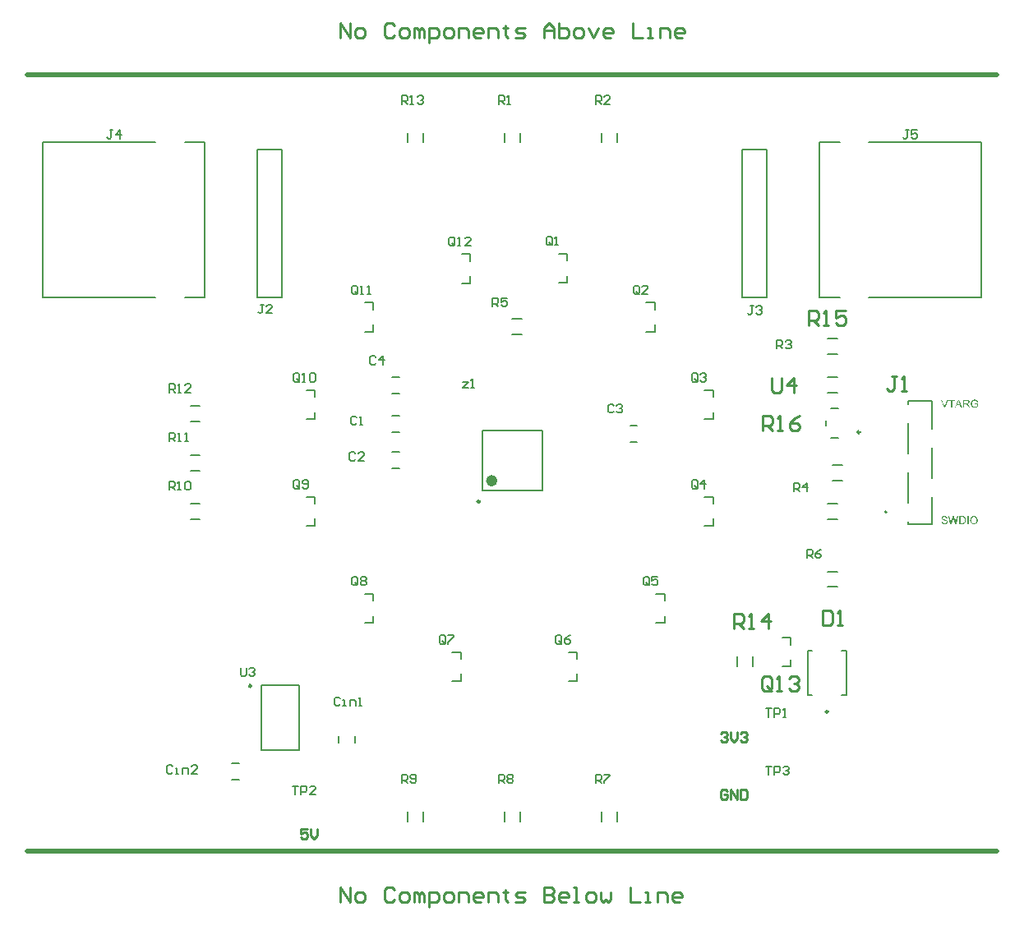
<source format=gto>
G04*
G04 #@! TF.GenerationSoftware,Altium Limited,Altium Designer,23.9.2 (47)*
G04*
G04 Layer_Color=65535*
%FSLAX44Y44*%
%MOMM*%
G71*
G04*
G04 #@! TF.SameCoordinates,63E22B9A-3F1A-4F83-A6EB-2A786139D624*
G04*
G04*
G04 #@! TF.FilePolarity,Positive*
G04*
G01*
G75*
%ADD10C,0.6000*%
%ADD11C,0.2500*%
%ADD12C,0.2000*%
%ADD13C,0.1270*%
%ADD14C,0.5000*%
%ADD15C,0.2540*%
%ADD16C,0.1524*%
%ADD17C,0.1520*%
G36*
X945574Y445060D02*
X945656D01*
X945879Y445037D01*
X946126Y445002D01*
X946384Y444943D01*
X946665Y444873D01*
X946924Y444779D01*
X946935D01*
X946959Y444767D01*
X946994Y444743D01*
X947041Y444720D01*
X947158Y444661D01*
X947311Y444556D01*
X947487Y444438D01*
X947663Y444286D01*
X947827Y444110D01*
X947980Y443910D01*
Y443899D01*
X947991Y443887D01*
X948015Y443852D01*
X948038Y443816D01*
X948097Y443699D01*
X948167Y443547D01*
X948250Y443359D01*
X948308Y443136D01*
X948367Y442901D01*
X948390Y442643D01*
X947358Y442561D01*
Y442573D01*
Y442596D01*
X947346Y442631D01*
X947334Y442690D01*
X947299Y442819D01*
X947252Y442995D01*
X947182Y443183D01*
X947076Y443371D01*
X946947Y443547D01*
X946783Y443711D01*
X946759Y443723D01*
X946701Y443769D01*
X946583Y443840D01*
X946431Y443910D01*
X946231Y443981D01*
X945996Y444051D01*
X945703Y444098D01*
X945375Y444110D01*
X945210D01*
X945140Y444098D01*
X945046Y444086D01*
X944835Y444063D01*
X944600Y444016D01*
X944365Y443957D01*
X944142Y443863D01*
X944048Y443805D01*
X943955Y443746D01*
X943931Y443734D01*
X943884Y443687D01*
X943814Y443605D01*
X943743Y443511D01*
X943661Y443382D01*
X943591Y443242D01*
X943544Y443077D01*
X943520Y442889D01*
Y442866D01*
Y442819D01*
X943532Y442737D01*
X943556Y442643D01*
X943591Y442526D01*
X943650Y442408D01*
X943720Y442291D01*
X943826Y442174D01*
X943837Y442162D01*
X943896Y442127D01*
X943943Y442091D01*
X943990Y442068D01*
X944060Y442033D01*
X944142Y441986D01*
X944248Y441951D01*
X944365Y441904D01*
X944494Y441857D01*
X944647Y441798D01*
X944811Y441751D01*
X944999Y441693D01*
X945210Y441646D01*
X945445Y441587D01*
X945457D01*
X945504Y441575D01*
X945574Y441563D01*
X945656Y441540D01*
X945762Y441516D01*
X945891Y441481D01*
X946020Y441446D01*
X946161Y441411D01*
X946466Y441329D01*
X946759Y441247D01*
X946900Y441200D01*
X947029Y441153D01*
X947147Y441118D01*
X947240Y441071D01*
X947252D01*
X947276Y441059D01*
X947311Y441035D01*
X947358Y441012D01*
X947487Y440942D01*
X947639Y440848D01*
X947815Y440718D01*
X947991Y440578D01*
X948156Y440413D01*
X948297Y440237D01*
X948308Y440214D01*
X948355Y440155D01*
X948402Y440050D01*
X948473Y439909D01*
X948531Y439744D01*
X948590Y439545D01*
X948625Y439322D01*
X948637Y439087D01*
Y439076D01*
Y439064D01*
Y439029D01*
Y438982D01*
X948613Y438853D01*
X948590Y438688D01*
X948543Y438501D01*
X948484Y438301D01*
X948390Y438090D01*
X948261Y437867D01*
Y437855D01*
X948250Y437844D01*
X948191Y437773D01*
X948109Y437668D01*
X947991Y437550D01*
X947839Y437409D01*
X947651Y437257D01*
X947440Y437116D01*
X947193Y436987D01*
X947182D01*
X947158Y436975D01*
X947123Y436963D01*
X947076Y436940D01*
X947006Y436916D01*
X946924Y436881D01*
X946736Y436834D01*
X946513Y436776D01*
X946243Y436717D01*
X945949Y436682D01*
X945633Y436670D01*
X945445D01*
X945351Y436682D01*
X945246D01*
X945128Y436693D01*
X944987Y436705D01*
X944694Y436752D01*
X944389Y436799D01*
X944084Y436881D01*
X943790Y436987D01*
X943779D01*
X943755Y436999D01*
X943720Y437022D01*
X943673Y437046D01*
X943532Y437116D01*
X943368Y437221D01*
X943180Y437362D01*
X942981Y437527D01*
X942793Y437726D01*
X942617Y437949D01*
Y437961D01*
X942593Y437984D01*
X942582Y438019D01*
X942546Y438066D01*
X942523Y438125D01*
X942488Y438195D01*
X942406Y438372D01*
X942324Y438595D01*
X942253Y438841D01*
X942206Y439123D01*
X942183Y439416D01*
X943192Y439510D01*
Y439498D01*
Y439486D01*
X943204Y439451D01*
Y439404D01*
X943227Y439299D01*
X943262Y439146D01*
X943309Y438993D01*
X943356Y438817D01*
X943438Y438653D01*
X943520Y438501D01*
X943532Y438489D01*
X943567Y438442D01*
X943626Y438360D01*
X943720Y438278D01*
X943837Y438172D01*
X943966Y438066D01*
X944142Y437961D01*
X944330Y437867D01*
X944342D01*
X944354Y437855D01*
X944389Y437844D01*
X944424Y437832D01*
X944541Y437797D01*
X944694Y437750D01*
X944882Y437703D01*
X945093Y437668D01*
X945328Y437644D01*
X945586Y437632D01*
X945691D01*
X945809Y437644D01*
X945949Y437656D01*
X946114Y437679D01*
X946302Y437703D01*
X946489Y437750D01*
X946665Y437808D01*
X946689Y437820D01*
X946748Y437844D01*
X946830Y437890D01*
X946935Y437937D01*
X947041Y438019D01*
X947158Y438102D01*
X947276Y438195D01*
X947370Y438313D01*
X947381Y438325D01*
X947405Y438372D01*
X947440Y438430D01*
X947487Y438524D01*
X947534Y438618D01*
X947569Y438735D01*
X947592Y438864D01*
X947604Y439005D01*
Y439017D01*
Y439076D01*
X947592Y439146D01*
X947581Y439240D01*
X947545Y439334D01*
X947510Y439451D01*
X947452Y439568D01*
X947370Y439674D01*
X947358Y439686D01*
X947322Y439721D01*
X947276Y439768D01*
X947193Y439838D01*
X947100Y439909D01*
X946971Y439991D01*
X946818Y440073D01*
X946642Y440144D01*
X946630Y440155D01*
X946572Y440167D01*
X946478Y440202D01*
X946419Y440214D01*
X946337Y440237D01*
X946255Y440273D01*
X946149Y440296D01*
X946032Y440331D01*
X945891Y440367D01*
X945750Y440402D01*
X945586Y440449D01*
X945398Y440495D01*
X945199Y440542D01*
X945187D01*
X945152Y440554D01*
X945093Y440566D01*
X945023Y440589D01*
X944929Y440613D01*
X944823Y440636D01*
X944588Y440707D01*
X944330Y440789D01*
X944060Y440871D01*
X943826Y440953D01*
X943720Y441000D01*
X943626Y441047D01*
X943614D01*
X943603Y441059D01*
X943532Y441106D01*
X943427Y441164D01*
X943309Y441258D01*
X943168Y441364D01*
X943028Y441493D01*
X942887Y441646D01*
X942769Y441810D01*
X942758Y441833D01*
X942722Y441892D01*
X942675Y441986D01*
X942629Y442103D01*
X942582Y442256D01*
X942535Y442432D01*
X942499Y442620D01*
X942488Y442819D01*
Y442831D01*
Y442842D01*
Y442878D01*
Y442925D01*
X942511Y443042D01*
X942535Y443195D01*
X942570Y443371D01*
X942629Y443570D01*
X942711Y443769D01*
X942828Y443969D01*
Y443981D01*
X942840Y443993D01*
X942898Y444063D01*
X942981Y444157D01*
X943086Y444274D01*
X943227Y444403D01*
X943403Y444544D01*
X943614Y444673D01*
X943849Y444790D01*
X943861D01*
X943884Y444802D01*
X943919Y444814D01*
X943966Y444837D01*
X944025Y444861D01*
X944107Y444884D01*
X944283Y444931D01*
X944506Y444978D01*
X944764Y445025D01*
X945034Y445060D01*
X945339Y445072D01*
X945492D01*
X945574Y445060D01*
D02*
G37*
G36*
X957590Y436811D02*
X956534D01*
X954833Y442995D01*
Y443007D01*
X954821Y443030D01*
X954809Y443065D01*
X954798Y443124D01*
X954762Y443253D01*
X954727Y443406D01*
X954680Y443570D01*
X954633Y443723D01*
X954598Y443852D01*
X954586Y443910D01*
X954575Y443946D01*
Y443934D01*
X954563Y443922D01*
X954551Y443852D01*
X954528Y443746D01*
X954492Y443617D01*
X954457Y443476D01*
X954410Y443312D01*
X954375Y443148D01*
X954328Y442995D01*
X952615Y436811D01*
X951488D01*
X949364Y444931D01*
X950479D01*
X951688Y439604D01*
Y439592D01*
X951700Y439568D01*
X951711Y439521D01*
X951723Y439463D01*
X951735Y439381D01*
X951758Y439299D01*
X951782Y439193D01*
X951805Y439076D01*
X951864Y438829D01*
X951923Y438548D01*
X951981Y438242D01*
X952040Y437937D01*
Y437949D01*
X952052Y437996D01*
X952075Y438055D01*
X952087Y438149D01*
X952110Y438242D01*
X952145Y438360D01*
X952204Y438618D01*
X952275Y438876D01*
X952298Y439005D01*
X952333Y439123D01*
X952357Y439228D01*
X952380Y439322D01*
X952404Y439393D01*
X952415Y439439D01*
X953953Y444931D01*
X955255D01*
X956405Y440812D01*
Y440801D01*
X956429Y440742D01*
X956452Y440660D01*
X956476Y440554D01*
X956511Y440413D01*
X956558Y440261D01*
X956605Y440085D01*
X956652Y439885D01*
X956710Y439662D01*
X956757Y439439D01*
X956863Y438958D01*
X956969Y438454D01*
X957051Y437937D01*
Y437949D01*
X957062Y437973D01*
Y438019D01*
X957086Y438078D01*
X957098Y438149D01*
X957121Y438231D01*
X957133Y438336D01*
X957168Y438454D01*
X957227Y438712D01*
X957297Y439017D01*
X957367Y439346D01*
X957461Y439709D01*
X958729Y444931D01*
X959820D01*
X957590Y436811D01*
D02*
G37*
G36*
X970276D02*
X969196D01*
Y444931D01*
X970276D01*
Y436811D01*
D02*
G37*
G36*
X964162Y444920D02*
X964397Y444908D01*
X964631Y444884D01*
X964866Y444849D01*
X965066Y444814D01*
X965077D01*
X965101Y444802D01*
X965136D01*
X965183Y444779D01*
X965312Y444743D01*
X965476Y444685D01*
X965664Y444603D01*
X965863Y444497D01*
X966063Y444380D01*
X966251Y444227D01*
X966263Y444216D01*
X966274Y444204D01*
X966309Y444169D01*
X966356Y444133D01*
X966474Y444016D01*
X966615Y443852D01*
X966767Y443652D01*
X966931Y443418D01*
X967084Y443148D01*
X967213Y442842D01*
Y442831D01*
X967225Y442807D01*
X967248Y442760D01*
X967260Y442690D01*
X967295Y442608D01*
X967319Y442514D01*
X967342Y442408D01*
X967377Y442279D01*
X967412Y442150D01*
X967436Y441998D01*
X967495Y441669D01*
X967530Y441305D01*
X967542Y440906D01*
Y440895D01*
Y440871D01*
Y440812D01*
Y440754D01*
X967530Y440672D01*
Y440578D01*
X967518Y440355D01*
X967483Y440097D01*
X967448Y439827D01*
X967389Y439545D01*
X967319Y439263D01*
Y439252D01*
X967307Y439228D01*
X967295Y439193D01*
X967283Y439146D01*
X967236Y439017D01*
X967166Y438853D01*
X967096Y438665D01*
X967002Y438477D01*
X966884Y438278D01*
X966767Y438090D01*
X966755Y438066D01*
X966708Y438008D01*
X966638Y437926D01*
X966544Y437820D01*
X966439Y437703D01*
X966309Y437585D01*
X966180Y437456D01*
X966028Y437351D01*
X966004Y437339D01*
X965957Y437304D01*
X965875Y437257D01*
X965758Y437198D01*
X965617Y437128D01*
X965453Y437069D01*
X965265Y436999D01*
X965054Y436940D01*
X965030D01*
X964995Y436928D01*
X964960Y436916D01*
X964843Y436905D01*
X964678Y436881D01*
X964491Y436858D01*
X964268Y436834D01*
X964021Y436823D01*
X963751Y436811D01*
X960829D01*
Y444931D01*
X963951D01*
X964162Y444920D01*
D02*
G37*
G36*
X975920Y445060D02*
X976026D01*
X976131Y445049D01*
X976272Y445025D01*
X976413Y445002D01*
X976718Y444943D01*
X977070Y444849D01*
X977411Y444708D01*
X977587Y444626D01*
X977763Y444532D01*
X977774Y444521D01*
X977798Y444509D01*
X977845Y444474D01*
X977915Y444438D01*
X977986Y444380D01*
X978079Y444309D01*
X978279Y444145D01*
X978490Y443934D01*
X978725Y443676D01*
X978948Y443371D01*
X979136Y443030D01*
Y443018D01*
X979159Y442983D01*
X979183Y442936D01*
X979206Y442866D01*
X979253Y442772D01*
X979288Y442667D01*
X979335Y442537D01*
X979382Y442397D01*
X979417Y442244D01*
X979464Y442080D01*
X979511Y441892D01*
X979546Y441704D01*
X979593Y441293D01*
X979617Y440848D01*
Y440836D01*
Y440789D01*
Y440730D01*
X979605Y440636D01*
Y440531D01*
X979593Y440402D01*
X979570Y440261D01*
X979558Y440108D01*
X979499Y439768D01*
X979406Y439393D01*
X979276Y439017D01*
X979206Y438829D01*
X979112Y438641D01*
Y438630D01*
X979089Y438595D01*
X979065Y438548D01*
X979018Y438477D01*
X978971Y438395D01*
X978913Y438313D01*
X978748Y438090D01*
X978549Y437855D01*
X978314Y437609D01*
X978033Y437374D01*
X977704Y437163D01*
X977692D01*
X977669Y437139D01*
X977610Y437116D01*
X977540Y437081D01*
X977458Y437046D01*
X977364Y437010D01*
X977246Y436963D01*
X977117Y436916D01*
X976976Y436870D01*
X976824Y436823D01*
X976484Y436752D01*
X976120Y436693D01*
X975732Y436670D01*
X975615D01*
X975545Y436682D01*
X975439D01*
X975322Y436705D01*
X975193Y436717D01*
X975040Y436740D01*
X974723Y436811D01*
X974383Y436905D01*
X974031Y437046D01*
X973855Y437128D01*
X973679Y437221D01*
X973667Y437233D01*
X973644Y437245D01*
X973597Y437280D01*
X973526Y437327D01*
X973456Y437374D01*
X973374Y437444D01*
X973174Y437621D01*
X972951Y437832D01*
X972717Y438090D01*
X972505Y438383D01*
X972306Y438724D01*
Y438735D01*
X972282Y438770D01*
X972259Y438817D01*
X972235Y438888D01*
X972200Y438982D01*
X972165Y439087D01*
X972118Y439205D01*
X972083Y439334D01*
X972036Y439486D01*
X971989Y439639D01*
X971919Y439991D01*
X971872Y440355D01*
X971848Y440754D01*
Y440765D01*
Y440777D01*
Y440848D01*
X971860Y440953D01*
Y441094D01*
X971883Y441258D01*
X971907Y441458D01*
X971942Y441681D01*
X971989Y441915D01*
X972036Y442162D01*
X972106Y442420D01*
X972200Y442678D01*
X972306Y442948D01*
X972423Y443206D01*
X972576Y443464D01*
X972740Y443699D01*
X972928Y443922D01*
X972940Y443934D01*
X972975Y443969D01*
X973045Y444028D01*
X973127Y444098D01*
X973233Y444192D01*
X973362Y444286D01*
X973515Y444392D01*
X973691Y444497D01*
X973878Y444603D01*
X974090Y444708D01*
X974324Y444802D01*
X974571Y444896D01*
X974841Y444967D01*
X975122Y445025D01*
X975416Y445060D01*
X975732Y445072D01*
X975838D01*
X975920Y445060D01*
D02*
G37*
G36*
X976835Y565060D02*
X976929D01*
X977152Y565037D01*
X977399Y565002D01*
X977657Y564943D01*
X977939Y564873D01*
X978208Y564779D01*
X978220D01*
X978244Y564767D01*
X978279Y564755D01*
X978326Y564732D01*
X978455Y564661D01*
X978619Y564579D01*
X978795Y564462D01*
X978983Y564321D01*
X979159Y564169D01*
X979323Y563981D01*
X979347Y563957D01*
X979394Y563887D01*
X979464Y563781D01*
X979558Y563629D01*
X979652Y563441D01*
X979758Y563206D01*
X979863Y562948D01*
X979945Y562655D01*
X978971Y562397D01*
Y562408D01*
X978960Y562420D01*
X978948Y562455D01*
X978936Y562502D01*
X978901Y562608D01*
X978854Y562749D01*
X978783Y562913D01*
X978701Y563065D01*
X978619Y563230D01*
X978514Y563371D01*
X978502Y563382D01*
X978467Y563429D01*
X978396Y563488D01*
X978314Y563570D01*
X978208Y563664D01*
X978068Y563758D01*
X977915Y563852D01*
X977739Y563934D01*
X977716Y563946D01*
X977657Y563969D01*
X977551Y564004D01*
X977411Y564051D01*
X977246Y564086D01*
X977058Y564122D01*
X976847Y564145D01*
X976624Y564157D01*
X976495D01*
X976437Y564145D01*
X976366D01*
X976190Y564133D01*
X975991Y564098D01*
X975768Y564063D01*
X975556Y564004D01*
X975345Y563922D01*
X975322Y563910D01*
X975251Y563887D01*
X975157Y563828D01*
X975040Y563769D01*
X974899Y563676D01*
X974747Y563582D01*
X974606Y563464D01*
X974477Y563335D01*
X974465Y563324D01*
X974418Y563277D01*
X974360Y563195D01*
X974289Y563101D01*
X974207Y562983D01*
X974125Y562842D01*
X974043Y562690D01*
X973960Y562526D01*
Y562514D01*
X973949Y562490D01*
X973937Y562455D01*
X973914Y562397D01*
X973890Y562326D01*
X973867Y562244D01*
X973831Y562150D01*
X973808Y562044D01*
X973749Y561798D01*
X973702Y561516D01*
X973667Y561223D01*
X973655Y560895D01*
Y560883D01*
Y560848D01*
Y560789D01*
X973667Y560718D01*
Y560625D01*
X973679Y560507D01*
X973691Y560390D01*
X973702Y560261D01*
X973749Y559967D01*
X973808Y559662D01*
X973902Y559357D01*
X974019Y559064D01*
Y559052D01*
X974043Y559029D01*
X974054Y558993D01*
X974090Y558946D01*
X974172Y558817D01*
X974301Y558653D01*
X974453Y558477D01*
X974641Y558301D01*
X974864Y558137D01*
X975110Y557984D01*
X975122D01*
X975146Y557972D01*
X975181Y557949D01*
X975240Y557926D01*
X975298Y557902D01*
X975380Y557879D01*
X975568Y557808D01*
X975803Y557750D01*
X976061Y557691D01*
X976343Y557644D01*
X976636Y557632D01*
X976753D01*
X976824Y557644D01*
X976894D01*
X977070Y557667D01*
X977281Y557691D01*
X977504Y557738D01*
X977751Y557808D01*
X977997Y557890D01*
X978009D01*
X978033Y557902D01*
X978056Y557914D01*
X978103Y557937D01*
X978232Y557996D01*
X978373Y558066D01*
X978537Y558149D01*
X978713Y558242D01*
X978877Y558348D01*
X979018Y558465D01*
Y559991D01*
X976624D01*
Y560953D01*
X980074D01*
Y557937D01*
X980063Y557926D01*
X980039Y557914D01*
X979992Y557879D01*
X979933Y557832D01*
X979863Y557785D01*
X979781Y557726D01*
X979675Y557656D01*
X979570Y557585D01*
X979323Y557433D01*
X979042Y557268D01*
X978748Y557116D01*
X978431Y556987D01*
X978420D01*
X978396Y556975D01*
X978349Y556963D01*
X978291Y556940D01*
X978208Y556916D01*
X978115Y556881D01*
X978009Y556858D01*
X977903Y556834D01*
X977645Y556776D01*
X977352Y556717D01*
X977035Y556682D01*
X976706Y556670D01*
X976589D01*
X976507Y556682D01*
X976401D01*
X976272Y556693D01*
X976131Y556717D01*
X975979Y556729D01*
X975639Y556799D01*
X975275Y556881D01*
X974899Y557010D01*
X974712Y557081D01*
X974524Y557175D01*
X974512Y557186D01*
X974477Y557198D01*
X974430Y557233D01*
X974360Y557268D01*
X974277Y557327D01*
X974195Y557386D01*
X973972Y557550D01*
X973737Y557761D01*
X973491Y558019D01*
X973256Y558313D01*
X973045Y558653D01*
Y558665D01*
X973022Y558700D01*
X972998Y558747D01*
X972963Y558829D01*
X972928Y558911D01*
X972893Y559029D01*
X972846Y559146D01*
X972799Y559287D01*
X972752Y559439D01*
X972705Y559615D01*
X972670Y559791D01*
X972635Y559979D01*
X972576Y560390D01*
X972552Y560824D01*
Y560836D01*
Y560883D01*
Y560941D01*
X972564Y561024D01*
Y561129D01*
X972576Y561258D01*
X972599Y561387D01*
X972611Y561540D01*
X972646Y561704D01*
X972670Y561880D01*
X972764Y562256D01*
X972881Y562643D01*
X973045Y563030D01*
X973057Y563042D01*
X973069Y563077D01*
X973092Y563124D01*
X973139Y563195D01*
X973186Y563288D01*
X973245Y563382D01*
X973409Y563605D01*
X973608Y563863D01*
X973855Y564110D01*
X974137Y564356D01*
X974301Y564462D01*
X974465Y564567D01*
X974477Y564579D01*
X974512Y564591D01*
X974559Y564614D01*
X974629Y564650D01*
X974723Y564685D01*
X974829Y564732D01*
X974946Y564779D01*
X975087Y564826D01*
X975240Y564873D01*
X975404Y564908D01*
X975580Y564955D01*
X975768Y564990D01*
X976178Y565049D01*
X976390Y565072D01*
X976765D01*
X976835Y565060D01*
D02*
G37*
G36*
X945996Y556811D02*
X944870D01*
X941725Y564931D01*
X942898D01*
X945011Y559029D01*
Y559017D01*
X945023Y558993D01*
X945034Y558958D01*
X945058Y558911D01*
X945069Y558841D01*
X945093Y558770D01*
X945152Y558595D01*
X945222Y558395D01*
X945292Y558172D01*
X945433Y557703D01*
Y557714D01*
X945445Y557738D01*
X945457Y557773D01*
X945468Y557820D01*
X945504Y557949D01*
X945562Y558125D01*
X945621Y558325D01*
X945691Y558548D01*
X945773Y558782D01*
X945867Y559029D01*
X948074Y564931D01*
X949165D01*
X945996Y556811D01*
D02*
G37*
G36*
X968516Y564920D02*
X968621D01*
X968868Y564908D01*
X969126Y564873D01*
X969407Y564837D01*
X969666Y564779D01*
X969795Y564743D01*
X969900Y564708D01*
X969912D01*
X969924Y564697D01*
X969994Y564661D01*
X970100Y564614D01*
X970229Y564532D01*
X970370Y564427D01*
X970522Y564286D01*
X970663Y564122D01*
X970804Y563934D01*
Y563922D01*
X970816Y563910D01*
X970863Y563840D01*
X970910Y563723D01*
X970980Y563570D01*
X971039Y563394D01*
X971097Y563183D01*
X971132Y562960D01*
X971144Y562713D01*
Y562702D01*
Y562678D01*
Y562631D01*
X971132Y562573D01*
Y562490D01*
X971121Y562408D01*
X971074Y562209D01*
X971003Y561974D01*
X970910Y561728D01*
X970769Y561481D01*
X970675Y561364D01*
X970581Y561247D01*
X970569Y561235D01*
X970557Y561223D01*
X970522Y561188D01*
X970475Y561153D01*
X970417Y561106D01*
X970346Y561059D01*
X970252Y561000D01*
X970158Y560930D01*
X970041Y560871D01*
X969912Y560812D01*
X969771Y560742D01*
X969619Y560683D01*
X969443Y560636D01*
X969267Y560578D01*
X969067Y560542D01*
X968856Y560507D01*
X968879Y560495D01*
X968926Y560472D01*
X968997Y560425D01*
X969091Y560378D01*
X969302Y560249D01*
X969407Y560167D01*
X969501Y560097D01*
X969525Y560073D01*
X969583Y560014D01*
X969677Y559921D01*
X969795Y559803D01*
X969924Y559639D01*
X970076Y559463D01*
X970229Y559252D01*
X970393Y559017D01*
X971790Y556811D01*
X970452D01*
X969384Y558501D01*
Y558512D01*
X969361Y558536D01*
X969337Y558571D01*
X969302Y558618D01*
X969220Y558747D01*
X969114Y558911D01*
X968985Y559087D01*
X968856Y559275D01*
X968727Y559451D01*
X968609Y559615D01*
X968598Y559627D01*
X968562Y559674D01*
X968504Y559744D01*
X968422Y559827D01*
X968246Y560003D01*
X968152Y560085D01*
X968058Y560155D01*
X968046Y560167D01*
X968023Y560179D01*
X967976Y560202D01*
X967905Y560237D01*
X967835Y560273D01*
X967753Y560308D01*
X967565Y560366D01*
X967553D01*
X967530Y560378D01*
X967483D01*
X967424Y560390D01*
X967342Y560402D01*
X967248D01*
X967119Y560413D01*
X965734D01*
Y556811D01*
X964655D01*
Y564931D01*
X968422D01*
X968516Y564920D01*
D02*
G37*
G36*
X963775Y556811D02*
X962554D01*
X961604Y559275D01*
X958201D01*
X957321Y556811D01*
X956182D01*
X959280Y564931D01*
X960454D01*
X963775Y556811D01*
D02*
G37*
G36*
X955959Y563969D02*
X953284D01*
Y556811D01*
X952204D01*
Y563969D01*
X949529D01*
Y564931D01*
X955959D01*
Y563969D01*
D02*
G37*
%LPC*%
G36*
X963786Y443969D02*
X961909D01*
Y437773D01*
X963833D01*
X963915Y437785D01*
X964091Y437797D01*
X964291Y437808D01*
X964502Y437832D01*
X964714Y437867D01*
X964890Y437914D01*
X964913Y437926D01*
X964972Y437937D01*
X965054Y437973D01*
X965159Y438019D01*
X965277Y438090D01*
X965394Y438160D01*
X965511Y438242D01*
X965629Y438336D01*
X965640Y438360D01*
X965687Y438407D01*
X965758Y438489D01*
X965840Y438606D01*
X965934Y438759D01*
X966040Y438935D01*
X966133Y439134D01*
X966216Y439357D01*
Y439369D01*
X966227Y439393D01*
X966239Y439428D01*
X966251Y439475D01*
X966263Y439533D01*
X966286Y439615D01*
X966309Y439698D01*
X966333Y439791D01*
X966368Y440026D01*
X966403Y440296D01*
X966427Y440601D01*
X966439Y440930D01*
Y440942D01*
Y440988D01*
Y441047D01*
X966427Y441141D01*
Y441247D01*
X966415Y441364D01*
X966403Y441505D01*
X966392Y441646D01*
X966333Y441962D01*
X966263Y442291D01*
X966157Y442596D01*
X966087Y442749D01*
X966016Y442878D01*
Y442889D01*
X965993Y442913D01*
X965969Y442948D01*
X965946Y442995D01*
X965852Y443112D01*
X965734Y443253D01*
X965582Y443406D01*
X965406Y443558D01*
X965206Y443687D01*
X964995Y443793D01*
X964972Y443805D01*
X964913Y443816D01*
X964807Y443852D01*
X964655Y443887D01*
X964467Y443910D01*
X964232Y443946D01*
X964091Y443957D01*
X963939D01*
X963786Y443969D01*
D02*
G37*
G36*
X975732Y444145D02*
X975627D01*
X975545Y444133D01*
X975439Y444122D01*
X975333Y444098D01*
X975204Y444075D01*
X975064Y444051D01*
X974759Y443957D01*
X974594Y443887D01*
X974430Y443816D01*
X974254Y443723D01*
X974090Y443617D01*
X973925Y443500D01*
X973773Y443359D01*
X973761Y443347D01*
X973737Y443324D01*
X973702Y443277D01*
X973644Y443206D01*
X973585Y443124D01*
X973515Y443018D01*
X973444Y442889D01*
X973362Y442737D01*
X973292Y442573D01*
X973210Y442373D01*
X973139Y442162D01*
X973080Y441927D01*
X973022Y441669D01*
X972987Y441376D01*
X972963Y441071D01*
X972951Y440742D01*
Y440730D01*
Y440683D01*
Y440601D01*
X972963Y440495D01*
X972975Y440378D01*
X972998Y440237D01*
X973022Y440073D01*
X973045Y439909D01*
X973139Y439533D01*
X973210Y439346D01*
X973280Y439146D01*
X973374Y438958D01*
X973479Y438770D01*
X973597Y438595D01*
X973737Y438430D01*
X973749Y438419D01*
X973773Y438395D01*
X973820Y438348D01*
X973878Y438301D01*
X973960Y438231D01*
X974054Y438160D01*
X974160Y438090D01*
X974277Y438008D01*
X974418Y437926D01*
X974571Y437855D01*
X974735Y437785D01*
X974911Y437714D01*
X975099Y437668D01*
X975286Y437621D01*
X975498Y437597D01*
X975721Y437585D01*
X975779D01*
X975838Y437597D01*
X975920D01*
X976026Y437609D01*
X976143Y437632D01*
X976284Y437656D01*
X976425Y437691D01*
X976589Y437738D01*
X976742Y437797D01*
X976918Y437855D01*
X977082Y437937D01*
X977246Y438043D01*
X977411Y438149D01*
X977575Y438278D01*
X977727Y438430D01*
X977739Y438442D01*
X977763Y438465D01*
X977798Y438524D01*
X977857Y438595D01*
X977915Y438677D01*
X977974Y438782D01*
X978044Y438911D01*
X978126Y439052D01*
X978197Y439216D01*
X978267Y439404D01*
X978326Y439604D01*
X978396Y439815D01*
X978443Y440050D01*
X978478Y440308D01*
X978502Y440578D01*
X978514Y440859D01*
Y440871D01*
Y440906D01*
Y440953D01*
Y441024D01*
X978502Y441106D01*
Y441211D01*
X978490Y441317D01*
X978467Y441446D01*
X978431Y441716D01*
X978373Y441998D01*
X978291Y442303D01*
X978173Y442584D01*
Y442596D01*
X978162Y442620D01*
X978138Y442655D01*
X978115Y442702D01*
X978033Y442842D01*
X977927Y443007D01*
X977786Y443195D01*
X977610Y443382D01*
X977411Y443570D01*
X977188Y443734D01*
X977176D01*
X977164Y443758D01*
X977129Y443769D01*
X977070Y443805D01*
X977012Y443828D01*
X976941Y443863D01*
X976765Y443946D01*
X976554Y444016D01*
X976308Y444086D01*
X976026Y444133D01*
X975732Y444145D01*
D02*
G37*
G36*
X968293Y564028D02*
X965734D01*
Y561340D01*
X968152D01*
X968293Y561352D01*
X968457Y561364D01*
X968645Y561376D01*
X968832Y561399D01*
X969020Y561434D01*
X969184Y561481D01*
X969208Y561493D01*
X969255Y561516D01*
X969325Y561552D01*
X969419Y561599D01*
X969525Y561669D01*
X969630Y561751D01*
X969736Y561857D01*
X969818Y561974D01*
X969830Y561986D01*
X969853Y562033D01*
X969889Y562103D01*
X969936Y562197D01*
X969971Y562303D01*
X970006Y562420D01*
X970029Y562561D01*
X970041Y562702D01*
Y562713D01*
Y562725D01*
X970029Y562795D01*
X970018Y562901D01*
X969994Y563042D01*
X969936Y563183D01*
X969865Y563347D01*
X969760Y563500D01*
X969619Y563652D01*
X969595Y563664D01*
X969537Y563711D01*
X969443Y563769D01*
X969290Y563840D01*
X969114Y563910D01*
X968879Y563969D01*
X968609Y564016D01*
X968293Y564028D01*
D02*
G37*
G36*
X959844Y564086D02*
Y564075D01*
X959832Y564051D01*
Y564004D01*
X959808Y563957D01*
X959797Y563875D01*
X959773Y563793D01*
X959726Y563593D01*
X959668Y563359D01*
X959585Y563101D01*
X959503Y562819D01*
X959398Y562526D01*
X958518Y560155D01*
X961264D01*
X960419Y562385D01*
Y562397D01*
X960407Y562432D01*
X960383Y562490D01*
X960360Y562561D01*
X960325Y562643D01*
X960290Y562749D01*
X960254Y562866D01*
X960207Y562983D01*
X960113Y563253D01*
X960020Y563535D01*
X959926Y563816D01*
X959844Y564086D01*
D02*
G37*
%LPD*%
D10*
X482000Y481500D02*
G03*
X482000Y481500I-3000J0D01*
G01*
D11*
X466750Y460000D02*
G03*
X466750Y460000I-1250J0D01*
G01*
X825519Y243374D02*
G03*
X825519Y243374I-1250J0D01*
G01*
X858261Y531500D02*
G03*
X858261Y531500I-1250J0D01*
G01*
X231250Y270000D02*
G03*
X231250Y270000I-1250J0D01*
G01*
D12*
X886000Y449200D02*
G03*
X886000Y449200I-1000J0D01*
G01*
X531000Y471500D02*
Y533500D01*
X469000Y471500D02*
Y533500D01*
X531000D01*
X469000Y471500D02*
X531000D01*
X638250Y665000D02*
X647000D01*
Y635000D02*
Y642250D01*
Y657750D02*
Y665000D01*
X638250Y635000D02*
X647000D01*
X804819Y260524D02*
X809269D01*
X839769D02*
X844219D01*
Y306224D01*
X804819D02*
X809269D01*
X839769D02*
X844219D01*
X804819Y260524D02*
Y306224D01*
X778250Y319874D02*
X787000D01*
Y289874D02*
Y297124D01*
Y312624D02*
Y319874D01*
X778250Y289874D02*
X787000D01*
X211500Y173500D02*
X218500D01*
X211500Y190500D02*
X218500D01*
X376500Y531500D02*
X383500D01*
X376500Y548500D02*
X383500D01*
X376500Y511000D02*
X383500D01*
X376500Y494000D02*
X383500D01*
X825269Y588000D02*
X834731D01*
X825269Y572000D02*
X834731D01*
X828511Y525750D02*
X836011D01*
X823511Y538250D02*
Y543750D01*
X828511Y556250D02*
X836011D01*
X830001Y497789D02*
X840001D01*
X830001Y481789D02*
X840001D01*
X825269Y458000D02*
X834731D01*
X825269Y442000D02*
X834731D01*
X288250Y545000D02*
X297000D01*
Y567750D02*
Y575000D01*
Y545000D02*
Y552250D01*
X288250Y575000D02*
X297000D01*
X492000Y130530D02*
Y139991D01*
X508000Y130530D02*
Y139991D01*
X392000Y130530D02*
Y139991D01*
X408000Y130530D02*
Y139991D01*
X592000Y130530D02*
Y139991D01*
X608000Y130530D02*
Y139991D01*
X825011Y628000D02*
X835011D01*
X825011Y612000D02*
X835011D01*
X376500Y571500D02*
X383500D01*
X376500Y588500D02*
X383500D01*
X621500Y538500D02*
X628500D01*
X621500Y521500D02*
X628500D01*
X241750Y203500D02*
X280750D01*
X241750Y270500D02*
X280750D01*
Y203500D02*
Y270500D01*
X241750Y203500D02*
Y270500D01*
X321500Y211500D02*
Y218500D01*
X338500Y211500D02*
Y218500D01*
X500250Y632000D02*
X510250D01*
X500250Y648000D02*
X510250D01*
X288250Y435000D02*
X297000D01*
Y457750D02*
Y465000D01*
Y435000D02*
Y442250D01*
X288250Y465000D02*
X297000D01*
X168475Y442000D02*
X177937D01*
X168475Y458000D02*
X177937D01*
X168627Y492000D02*
X178088D01*
X168627Y508000D02*
X178088D01*
X348250Y635000D02*
X357000D01*
Y657750D02*
Y665000D01*
Y635000D02*
Y642250D01*
X348250Y665000D02*
X357000D01*
X168627Y542500D02*
X178088D01*
X168627Y558500D02*
X178088D01*
X448250Y685000D02*
X457000D01*
Y707750D02*
Y715000D01*
Y685000D02*
Y692250D01*
X448250Y715000D02*
X457000D01*
X408000Y830009D02*
Y839470D01*
X392000Y830009D02*
Y839470D01*
X648250Y335000D02*
X657000D01*
Y357750D02*
Y365000D01*
Y335000D02*
Y342250D01*
X648250Y365000D02*
X657000D01*
X825269Y372000D02*
X834731D01*
X825269Y388000D02*
X834731D01*
X558250Y275000D02*
X567000D01*
Y297750D02*
Y305000D01*
Y275000D02*
Y282250D01*
X558250Y305000D02*
X567000D01*
X438250Y275000D02*
X447000D01*
Y297750D02*
Y305000D01*
Y275000D02*
Y282250D01*
X438250Y305000D02*
X447000D01*
X348250Y335000D02*
X357000D01*
Y357750D02*
Y365000D01*
Y335000D02*
Y342250D01*
X348250Y365000D02*
X357000D01*
X548250Y685500D02*
X557000D01*
Y708250D02*
Y715500D01*
Y685500D02*
Y692750D01*
X548250Y715500D02*
X557000D01*
X508000Y830009D02*
Y839470D01*
X492000Y830009D02*
Y839470D01*
X608000Y830009D02*
Y839470D01*
X592000Y830009D02*
Y839470D01*
X698250Y545000D02*
X707000D01*
Y567750D02*
Y575000D01*
Y545000D02*
Y552250D01*
X698250Y575000D02*
X707000D01*
X698250Y435000D02*
X707000D01*
Y457750D02*
Y465000D01*
Y435000D02*
Y442250D01*
X698250Y465000D02*
X707000D01*
X732000Y290000D02*
Y300000D01*
X748000Y290000D02*
Y300000D01*
X816750Y670000D02*
X837250D01*
X867250D02*
X983250D01*
X867250Y830000D02*
X983250D01*
X816750D02*
X837250D01*
X983250Y670000D02*
Y830000D01*
X816750Y670000D02*
Y830000D01*
X162750D02*
X183250D01*
X16750D02*
X132750D01*
X16750Y670000D02*
X132750D01*
X162750D02*
X183250D01*
X16750D02*
Y830000D01*
X183250Y670000D02*
Y830000D01*
X237300Y670300D02*
Y822700D01*
X262700Y670300D02*
Y822700D01*
X237300D02*
X262700D01*
X237300Y670300D02*
X262700D01*
X737300D02*
X762700D01*
X737300Y822700D02*
X762700D01*
Y670300D02*
Y822700D01*
X737300Y670300D02*
Y822700D01*
D13*
X908100Y563500D02*
X932200D01*
X908100Y560350D02*
Y563500D01*
X932200Y534950D02*
Y563500D01*
X908100Y458750D02*
Y490450D01*
Y509550D02*
Y541250D01*
X932200Y484150D02*
Y515850D01*
X908100Y436500D02*
X932200D01*
X908100D02*
Y439650D01*
X932200Y436500D02*
Y465050D01*
D14*
X0Y900000D02*
X999610D01*
X0Y100000D02*
X999610D01*
D15*
X289205Y122537D02*
X282540D01*
Y117538D01*
X285872Y119205D01*
X287538D01*
X289205Y117538D01*
Y114206D01*
X287538Y112540D01*
X284206D01*
X282540Y114206D01*
X292537Y122537D02*
Y115872D01*
X295869Y112540D01*
X299201Y115872D01*
Y122537D01*
X715080Y220871D02*
X716746Y222537D01*
X720078D01*
X721745Y220871D01*
Y219205D01*
X720078Y217538D01*
X718412D01*
X720078D01*
X721745Y215872D01*
Y214206D01*
X720078Y212540D01*
X716746D01*
X715080Y214206D01*
X725077Y222537D02*
Y215872D01*
X728409Y212540D01*
X731741Y215872D01*
Y222537D01*
X735074Y220871D02*
X736740Y222537D01*
X740072D01*
X741738Y220871D01*
Y219205D01*
X740072Y217538D01*
X738406D01*
X740072D01*
X741738Y215872D01*
Y214206D01*
X740072Y212540D01*
X736740D01*
X735074Y214206D01*
X721745Y161392D02*
X720078Y163058D01*
X716746D01*
X715080Y161392D01*
Y154728D01*
X716746Y153062D01*
X720078D01*
X721745Y154728D01*
Y158060D01*
X718412D01*
X725077Y153062D02*
Y163058D01*
X731741Y153062D01*
Y163058D01*
X735074D02*
Y153062D01*
X740072D01*
X741738Y154728D01*
Y161392D01*
X740072Y163058D01*
X735074D01*
X322540Y937618D02*
Y952853D01*
X332697Y937618D01*
Y952853D01*
X340314Y937618D02*
X345393D01*
X347932Y940157D01*
Y945236D01*
X345393Y947775D01*
X340314D01*
X337775Y945236D01*
Y940157D01*
X340314Y937618D01*
X378402Y950314D02*
X375863Y952853D01*
X370784D01*
X368245Y950314D01*
Y940157D01*
X370784Y937618D01*
X375863D01*
X378402Y940157D01*
X386020Y937618D02*
X391098D01*
X393637Y940157D01*
Y945236D01*
X391098Y947775D01*
X386020D01*
X383480Y945236D01*
Y940157D01*
X386020Y937618D01*
X398715D02*
Y947775D01*
X401255D01*
X403794Y945236D01*
Y937618D01*
Y945236D01*
X406333Y947775D01*
X408872Y945236D01*
Y937618D01*
X413950Y932540D02*
Y947775D01*
X421568D01*
X424107Y945236D01*
Y940157D01*
X421568Y937618D01*
X413950D01*
X431725D02*
X436803D01*
X439342Y940157D01*
Y945236D01*
X436803Y947775D01*
X431725D01*
X429185Y945236D01*
Y940157D01*
X431725Y937618D01*
X444421D02*
Y947775D01*
X452038D01*
X454577Y945236D01*
Y937618D01*
X467273D02*
X462195D01*
X459656Y940157D01*
Y945236D01*
X462195Y947775D01*
X467273D01*
X469812Y945236D01*
Y942697D01*
X459656D01*
X474891Y937618D02*
Y947775D01*
X482508D01*
X485047Y945236D01*
Y937618D01*
X492665Y950314D02*
Y947775D01*
X490126D01*
X495204D01*
X492665D01*
Y940157D01*
X495204Y937618D01*
X502822D02*
X510439D01*
X512978Y940157D01*
X510439Y942697D01*
X505361D01*
X502822Y945236D01*
X505361Y947775D01*
X512978D01*
X533292Y937618D02*
Y947775D01*
X538370Y952853D01*
X543448Y947775D01*
Y937618D01*
Y945236D01*
X533292D01*
X548527Y952853D02*
Y937618D01*
X556144D01*
X558684Y940157D01*
Y942697D01*
Y945236D01*
X556144Y947775D01*
X548527D01*
X566301Y937618D02*
X571380D01*
X573919Y940157D01*
Y945236D01*
X571380Y947775D01*
X566301D01*
X563762Y945236D01*
Y940157D01*
X566301Y937618D01*
X578997Y947775D02*
X584075Y937618D01*
X589154Y947775D01*
X601850Y937618D02*
X596771D01*
X594232Y940157D01*
Y945236D01*
X596771Y947775D01*
X601850D01*
X604389Y945236D01*
Y942697D01*
X594232D01*
X624702Y952853D02*
Y937618D01*
X634859D01*
X639937D02*
X645016D01*
X642477D01*
Y947775D01*
X639937D01*
X652633Y937618D02*
Y947775D01*
X660251D01*
X662790Y945236D01*
Y937618D01*
X675486D02*
X670407D01*
X667868Y940157D01*
Y945236D01*
X670407Y947775D01*
X675486D01*
X678025Y945236D01*
Y942697D01*
X667868D01*
X322540Y47618D02*
Y62853D01*
X332697Y47618D01*
Y62853D01*
X340314Y47618D02*
X345393D01*
X347932Y50157D01*
Y55236D01*
X345393Y57775D01*
X340314D01*
X337775Y55236D01*
Y50157D01*
X340314Y47618D01*
X378402Y60314D02*
X375863Y62853D01*
X370784D01*
X368245Y60314D01*
Y50157D01*
X370784Y47618D01*
X375863D01*
X378402Y50157D01*
X386020Y47618D02*
X391098D01*
X393637Y50157D01*
Y55236D01*
X391098Y57775D01*
X386020D01*
X383480Y55236D01*
Y50157D01*
X386020Y47618D01*
X398715D02*
Y57775D01*
X401255D01*
X403794Y55236D01*
Y47618D01*
Y55236D01*
X406333Y57775D01*
X408872Y55236D01*
Y47618D01*
X413950Y42540D02*
Y57775D01*
X421568D01*
X424107Y55236D01*
Y50157D01*
X421568Y47618D01*
X413950D01*
X431725D02*
X436803D01*
X439342Y50157D01*
Y55236D01*
X436803Y57775D01*
X431725D01*
X429185Y55236D01*
Y50157D01*
X431725Y47618D01*
X444421D02*
Y57775D01*
X452038D01*
X454577Y55236D01*
Y47618D01*
X467273D02*
X462195D01*
X459656Y50157D01*
Y55236D01*
X462195Y57775D01*
X467273D01*
X469812Y55236D01*
Y52697D01*
X459656D01*
X474891Y47618D02*
Y57775D01*
X482508D01*
X485047Y55236D01*
Y47618D01*
X492665Y60314D02*
Y57775D01*
X490126D01*
X495204D01*
X492665D01*
Y50157D01*
X495204Y47618D01*
X502822D02*
X510439D01*
X512978Y50157D01*
X510439Y52697D01*
X505361D01*
X502822Y55236D01*
X505361Y57775D01*
X512978D01*
X533292Y62853D02*
Y47618D01*
X540909D01*
X543448Y50157D01*
Y52697D01*
X540909Y55236D01*
X533292D01*
X540909D01*
X543448Y57775D01*
Y60314D01*
X540909Y62853D01*
X533292D01*
X556144Y47618D02*
X551066D01*
X548527Y50157D01*
Y55236D01*
X551066Y57775D01*
X556144D01*
X558684Y55236D01*
Y52697D01*
X548527D01*
X563762Y47618D02*
X568840D01*
X566301D01*
Y62853D01*
X563762D01*
X578997Y47618D02*
X584075D01*
X586615Y50157D01*
Y55236D01*
X584075Y57775D01*
X578997D01*
X576458Y55236D01*
Y50157D01*
X578997Y47618D01*
X591693Y57775D02*
Y50157D01*
X594232Y47618D01*
X596771Y50157D01*
X599310Y47618D01*
X601850Y50157D01*
Y57775D01*
X622163Y62853D02*
Y47618D01*
X632320D01*
X637398D02*
X642477D01*
X639937D01*
Y57775D01*
X637398D01*
X650094Y47618D02*
Y57775D01*
X657712D01*
X660251Y55236D01*
Y47618D01*
X672947D02*
X667868D01*
X665329Y50157D01*
Y55236D01*
X667868Y57775D01*
X672947D01*
X675486Y55236D01*
Y52697D01*
X665329D01*
X819843Y347617D02*
Y332383D01*
X827461D01*
X830000Y334922D01*
Y345078D01*
X827461Y347617D01*
X819843D01*
X835078Y332383D02*
X840157D01*
X837618D01*
Y347617D01*
X835078Y345078D01*
X895737Y589065D02*
X890659D01*
X893198D01*
Y576369D01*
X890659Y573830D01*
X888120D01*
X885580Y576369D01*
X900815Y573830D02*
X905894D01*
X903355D01*
Y589065D01*
X900815Y586526D01*
X767304Y587617D02*
Y574922D01*
X769843Y572383D01*
X774922D01*
X777461Y574922D01*
Y587617D01*
X790157Y572383D02*
Y587617D01*
X782539Y580000D01*
X792696D01*
X805824Y641902D02*
Y657137D01*
X813442D01*
X815981Y654598D01*
Y649520D01*
X813442Y646981D01*
X805824D01*
X810903D02*
X815981Y641902D01*
X821059D02*
X826138D01*
X823599D01*
Y657137D01*
X821059Y654598D01*
X843912Y657137D02*
X833755D01*
Y649520D01*
X838834Y652059D01*
X841373D01*
X843912Y649520D01*
Y644441D01*
X841373Y641902D01*
X836294D01*
X833755Y644441D01*
X758456Y533382D02*
Y548618D01*
X766074D01*
X768613Y546078D01*
Y541000D01*
X766074Y538461D01*
X758456D01*
X763534D02*
X768613Y533382D01*
X773691D02*
X778770D01*
X776230D01*
Y548618D01*
X773691Y546078D01*
X796544Y548618D02*
X791465Y546078D01*
X786387Y541000D01*
Y535922D01*
X788926Y533382D01*
X794005D01*
X796544Y535922D01*
Y538461D01*
X794005Y541000D01*
X786387D01*
X728354Y329482D02*
Y344717D01*
X735972D01*
X738511Y342178D01*
Y337100D01*
X735972Y334561D01*
X728354D01*
X733433D02*
X738511Y329482D01*
X743589D02*
X748668D01*
X746129D01*
Y344717D01*
X743589Y342178D01*
X763903Y329482D02*
Y344717D01*
X756285Y337100D01*
X766442D01*
X767596Y267683D02*
Y277839D01*
X765056Y280378D01*
X759978D01*
X757439Y277839D01*
Y267683D01*
X759978Y265143D01*
X765056D01*
X762517Y270222D02*
X767596Y265143D01*
X765056D02*
X767596Y267683D01*
X772674Y265143D02*
X777752D01*
X775213D01*
Y280378D01*
X772674Y277839D01*
X785370D02*
X787909Y280378D01*
X792987D01*
X795527Y277839D01*
Y275300D01*
X792987Y272761D01*
X790448D01*
X792987D01*
X795527Y270222D01*
Y267683D01*
X792987Y265143D01*
X787909D01*
X785370Y267683D01*
D16*
X761374Y187239D02*
X767299D01*
X764337D01*
Y178352D01*
X770262D02*
Y187239D01*
X774705D01*
X776186Y185758D01*
Y182796D01*
X774705Y181315D01*
X770262D01*
X779149Y185758D02*
X780630Y187239D01*
X783592D01*
X785073Y185758D01*
Y184277D01*
X783592Y182796D01*
X782111D01*
X783592D01*
X785073Y181315D01*
Y179833D01*
X783592Y178352D01*
X780630D01*
X779149Y179833D01*
X273694Y166919D02*
X279619D01*
X276657D01*
Y158032D01*
X282582D02*
Y166919D01*
X287025D01*
X288506Y165438D01*
Y162476D01*
X287025Y160995D01*
X282582D01*
X297393Y158032D02*
X291469D01*
X297393Y163957D01*
Y165438D01*
X295912Y166919D01*
X292950D01*
X291469Y165438D01*
X761374Y246929D02*
X767299D01*
X764337D01*
Y238042D01*
X770262D02*
Y246929D01*
X774705D01*
X776186Y245448D01*
Y242486D01*
X774705Y241005D01*
X770262D01*
X779149Y238042D02*
X782111D01*
X780630D01*
Y246929D01*
X779149Y245448D01*
X448954Y583565D02*
X454879D01*
X448954Y577640D01*
X454879D01*
X457841D02*
X460804D01*
X459323D01*
Y586527D01*
X457841Y585046D01*
X280889Y584963D02*
Y590888D01*
X279408Y592369D01*
X276446D01*
X274964Y590888D01*
Y584963D01*
X276446Y583482D01*
X279408D01*
X277927Y586445D02*
X280889Y583482D01*
X279408D02*
X280889Y584963D01*
X283852Y583482D02*
X286814D01*
X285333D01*
Y592369D01*
X283852Y590888D01*
X291257D02*
X292739Y592369D01*
X295701D01*
X297182Y590888D01*
Y584963D01*
X295701Y583482D01*
X292739D01*
X291257Y584963D01*
Y590888D01*
X220100Y288839D02*
Y281433D01*
X221581Y279952D01*
X224544D01*
X226025Y281433D01*
Y288839D01*
X228988Y287358D02*
X230469Y288839D01*
X233431D01*
X234912Y287358D01*
Y285877D01*
X233431Y284396D01*
X231950D01*
X233431D01*
X234912Y282915D01*
Y281433D01*
X233431Y279952D01*
X230469D01*
X228988Y281433D01*
X386216Y869486D02*
Y878373D01*
X390660D01*
X392141Y876892D01*
Y873930D01*
X390660Y872449D01*
X386216D01*
X389179D02*
X392141Y869486D01*
X395103D02*
X398066D01*
X396585D01*
Y878373D01*
X395103Y876892D01*
X402509D02*
X403991Y878373D01*
X406953D01*
X408434Y876892D01*
Y875411D01*
X406953Y873930D01*
X405472D01*
X406953D01*
X408434Y872449D01*
Y870967D01*
X406953Y869486D01*
X403991D01*
X402509Y870967D01*
X146948Y572306D02*
Y581193D01*
X151392D01*
X152873Y579712D01*
Y576750D01*
X151392Y575269D01*
X146948D01*
X149911D02*
X152873Y572306D01*
X155836D02*
X158798D01*
X157317D01*
Y581193D01*
X155836Y579712D01*
X169166Y572306D02*
X163241D01*
X169166Y578231D01*
Y579712D01*
X167685Y581193D01*
X164723D01*
X163241Y579712D01*
X146948Y522014D02*
Y530901D01*
X151392D01*
X152873Y529420D01*
Y526458D01*
X151392Y524977D01*
X146948D01*
X149911D02*
X152873Y522014D01*
X155836D02*
X158798D01*
X157317D01*
Y530901D01*
X155836Y529420D01*
X163241Y522014D02*
X166204D01*
X164723D01*
Y530901D01*
X163241Y529420D01*
X146694Y471976D02*
Y480863D01*
X151138D01*
X152619Y479382D01*
Y476420D01*
X151138Y474939D01*
X146694D01*
X149657D02*
X152619Y471976D01*
X155582D02*
X158544D01*
X157063D01*
Y480863D01*
X155582Y479382D01*
X162987D02*
X164469Y480863D01*
X167431D01*
X168912Y479382D01*
Y473457D01*
X167431Y471976D01*
X164469D01*
X162987Y473457D01*
Y479382D01*
X386216Y169970D02*
Y178857D01*
X390660D01*
X392141Y177376D01*
Y174414D01*
X390660Y172933D01*
X386216D01*
X389179D02*
X392141Y169970D01*
X395103Y171451D02*
X396585Y169970D01*
X399547D01*
X401028Y171451D01*
Y177376D01*
X399547Y178857D01*
X396585D01*
X395103Y177376D01*
Y175895D01*
X396585Y174414D01*
X401028D01*
X486292Y169970D02*
Y178857D01*
X490736D01*
X492217Y177376D01*
Y174414D01*
X490736Y172933D01*
X486292D01*
X489255D02*
X492217Y169970D01*
X495179Y177376D02*
X496661Y178857D01*
X499623D01*
X501104Y177376D01*
Y175895D01*
X499623Y174414D01*
X501104Y172933D01*
Y171451D01*
X499623Y169970D01*
X496661D01*
X495179Y171451D01*
Y172933D01*
X496661Y174414D01*
X495179Y175895D01*
Y177376D01*
X496661Y174414D02*
X499623D01*
X586114Y169970D02*
Y178857D01*
X590558D01*
X592039Y177376D01*
Y174414D01*
X590558Y172933D01*
X586114D01*
X589077D02*
X592039Y169970D01*
X595001Y178857D02*
X600926D01*
Y177376D01*
X595001Y171451D01*
Y169970D01*
X803538Y401872D02*
Y410759D01*
X807982D01*
X809463Y409278D01*
Y406316D01*
X807982Y404835D01*
X803538D01*
X806501D02*
X809463Y401872D01*
X818350Y410759D02*
X815388Y409278D01*
X812426Y406316D01*
Y403353D01*
X813907Y401872D01*
X816869D01*
X818350Y403353D01*
Y404835D01*
X816869Y406316D01*
X812426D01*
X479942Y660952D02*
Y669839D01*
X484386D01*
X485867Y668358D01*
Y665396D01*
X484386Y663915D01*
X479942D01*
X482905D02*
X485867Y660952D01*
X494754Y669839D02*
X488829D01*
Y665396D01*
X491792Y666877D01*
X493273D01*
X494754Y665396D01*
Y662433D01*
X493273Y660952D01*
X490311D01*
X488829Y662433D01*
X790094Y470156D02*
Y479044D01*
X794538D01*
X796019Y477562D01*
Y474600D01*
X794538Y473119D01*
X790094D01*
X793056D02*
X796019Y470156D01*
X803425D02*
Y479044D01*
X798981Y474600D01*
X804906D01*
X772594Y617556D02*
Y626443D01*
X777038D01*
X778519Y624962D01*
Y622000D01*
X777038Y620519D01*
X772594D01*
X775556D02*
X778519Y617556D01*
X781481Y624962D02*
X782962Y626443D01*
X785925D01*
X787406Y624962D01*
Y623481D01*
X785925Y622000D01*
X784444D01*
X785925D01*
X787406Y620519D01*
Y619038D01*
X785925Y617556D01*
X782962D01*
X781481Y619038D01*
X586114Y869486D02*
Y878373D01*
X590558D01*
X592039Y876892D01*
Y873930D01*
X590558Y872449D01*
X586114D01*
X589077D02*
X592039Y869486D01*
X600926D02*
X595001D01*
X600926Y875411D01*
Y876892D01*
X599445Y878373D01*
X596483D01*
X595001Y876892D01*
X486292Y869486D02*
Y878373D01*
X490736D01*
X492217Y876892D01*
Y873930D01*
X490736Y872449D01*
X486292D01*
X489255D02*
X492217Y869486D01*
X495179D02*
X498142D01*
X496661D01*
Y878373D01*
X495179Y876892D01*
X440909Y725171D02*
Y731096D01*
X439428Y732577D01*
X436465D01*
X434984Y731096D01*
Y725171D01*
X436465Y723690D01*
X439428D01*
X437947Y726653D02*
X440909Y723690D01*
X439428D02*
X440909Y725171D01*
X443871Y723690D02*
X446834D01*
X445353D01*
Y732577D01*
X443871Y731096D01*
X457202Y723690D02*
X451277D01*
X457202Y729615D01*
Y731096D01*
X455721Y732577D01*
X452759D01*
X451277Y731096D01*
X340833Y675133D02*
Y681058D01*
X339352Y682539D01*
X336390D01*
X334908Y681058D01*
Y675133D01*
X336390Y673652D01*
X339352D01*
X337871Y676615D02*
X340833Y673652D01*
X339352D02*
X340833Y675133D01*
X343796Y673652D02*
X346758D01*
X345277D01*
Y682539D01*
X343796Y681058D01*
X351201Y673652D02*
X354164D01*
X352683D01*
Y682539D01*
X351201Y681058D01*
X280889Y474981D02*
Y480906D01*
X279408Y482387D01*
X276446D01*
X274964Y480906D01*
Y474981D01*
X276446Y473500D01*
X279408D01*
X277927Y476463D02*
X280889Y473500D01*
X279408D02*
X280889Y474981D01*
X283852D02*
X285333Y473500D01*
X288295D01*
X289776Y474981D01*
Y480906D01*
X288295Y482387D01*
X285333D01*
X283852Y480906D01*
Y479425D01*
X285333Y477944D01*
X289776D01*
X340833Y375159D02*
Y381084D01*
X339352Y382565D01*
X336390D01*
X334908Y381084D01*
Y375159D01*
X336390Y373678D01*
X339352D01*
X337871Y376641D02*
X340833Y373678D01*
X339352D02*
X340833Y375159D01*
X343796Y381084D02*
X345277Y382565D01*
X348239D01*
X349720Y381084D01*
Y379603D01*
X348239Y378122D01*
X349720Y376641D01*
Y375159D01*
X348239Y373678D01*
X345277D01*
X343796Y375159D01*
Y376641D01*
X345277Y378122D01*
X343796Y379603D01*
Y381084D01*
X345277Y378122D02*
X348239D01*
X431003Y314961D02*
Y320886D01*
X429522Y322367D01*
X426559D01*
X425078Y320886D01*
Y314961D01*
X426559Y313480D01*
X429522D01*
X428041Y316443D02*
X431003Y313480D01*
X429522D02*
X431003Y314961D01*
X433965Y322367D02*
X439890D01*
Y320886D01*
X433965Y314961D01*
Y313480D01*
X550891Y314961D02*
Y320886D01*
X549410Y322367D01*
X546447D01*
X544966Y320886D01*
Y314961D01*
X546447Y313480D01*
X549410D01*
X547929Y316443D02*
X550891Y313480D01*
X549410D02*
X550891Y314961D01*
X559778Y322367D02*
X556816Y320886D01*
X553853Y317924D01*
Y314961D01*
X555335Y313480D01*
X558297D01*
X559778Y314961D01*
Y316443D01*
X558297Y317924D01*
X553853D01*
X641061Y375159D02*
Y381084D01*
X639580Y382565D01*
X636618D01*
X635136Y381084D01*
Y375159D01*
X636618Y373678D01*
X639580D01*
X638099Y376641D02*
X641061Y373678D01*
X639580D02*
X641061Y375159D01*
X649948Y382565D02*
X644024D01*
Y378122D01*
X646986Y379603D01*
X648467D01*
X649948Y378122D01*
Y375159D01*
X648467Y373678D01*
X645505D01*
X644024Y375159D01*
X690845Y474981D02*
Y480906D01*
X689364Y482387D01*
X686402D01*
X684920Y480906D01*
Y474981D01*
X686402Y473500D01*
X689364D01*
X687883Y476463D02*
X690845Y473500D01*
X689364D02*
X690845Y474981D01*
X698251Y473500D02*
Y482387D01*
X693808Y477944D01*
X699732D01*
X690845Y584963D02*
Y590888D01*
X689364Y592369D01*
X686402D01*
X684920Y590888D01*
Y584963D01*
X686402Y583482D01*
X689364D01*
X687883Y586445D02*
X690845Y583482D01*
X689364D02*
X690845Y584963D01*
X693808Y590888D02*
X695289Y592369D01*
X698251D01*
X699732Y590888D01*
Y589407D01*
X698251Y587926D01*
X696770D01*
X698251D01*
X699732Y586445D01*
Y584963D01*
X698251Y583482D01*
X695289D01*
X693808Y584963D01*
X630901Y675133D02*
Y681058D01*
X629420Y682539D01*
X626457D01*
X624976Y681058D01*
Y675133D01*
X626457Y673652D01*
X629420D01*
X627939Y676615D02*
X630901Y673652D01*
X629420D02*
X630901Y675133D01*
X639788Y673652D02*
X633863D01*
X639788Y679577D01*
Y681058D01*
X638307Y682539D01*
X635345D01*
X633863Y681058D01*
X540985Y725679D02*
Y731604D01*
X539504Y733085D01*
X536541D01*
X535060Y731604D01*
Y725679D01*
X536541Y724198D01*
X539504D01*
X538023Y727161D02*
X540985Y724198D01*
X539504D02*
X540985Y725679D01*
X543947Y724198D02*
X546910D01*
X545429D01*
Y733085D01*
X543947Y731604D01*
X150372Y186963D02*
X148891Y188444D01*
X145929D01*
X144447Y186963D01*
Y181038D01*
X145929Y179557D01*
X148891D01*
X150372Y181038D01*
X153335Y179557D02*
X156297D01*
X154816D01*
Y185481D01*
X153335D01*
X160741Y179557D02*
Y185481D01*
X165184D01*
X166665Y184000D01*
Y179557D01*
X175553D02*
X169628D01*
X175553Y185481D01*
Y186963D01*
X174071Y188444D01*
X171109D01*
X169628Y186963D01*
X322799Y256878D02*
X321318Y258359D01*
X318356D01*
X316874Y256878D01*
Y250953D01*
X318356Y249472D01*
X321318D01*
X322799Y250953D01*
X325761Y249472D02*
X328724D01*
X327243D01*
Y255397D01*
X325761D01*
X333167Y249472D02*
Y255397D01*
X337611D01*
X339092Y253916D01*
Y249472D01*
X342055D02*
X345017D01*
X343536D01*
Y258359D01*
X342055Y256878D01*
X359629Y608668D02*
X358148Y610149D01*
X355186D01*
X353704Y608668D01*
Y602743D01*
X355186Y601262D01*
X358148D01*
X359629Y602743D01*
X367035Y601262D02*
Y610149D01*
X362592Y605706D01*
X368516D01*
X604739Y558884D02*
X603258Y560365D01*
X600295D01*
X598814Y558884D01*
Y552959D01*
X600295Y551478D01*
X603258D01*
X604739Y552959D01*
X607701Y558884D02*
X609183Y560365D01*
X612145D01*
X613626Y558884D01*
Y557403D01*
X612145Y555922D01*
X610664D01*
X612145D01*
X613626Y554441D01*
Y552959D01*
X612145Y551478D01*
X609183D01*
X607701Y552959D01*
X338519Y509718D02*
X337038Y511199D01*
X334075D01*
X332594Y509718D01*
Y503793D01*
X334075Y502312D01*
X337038D01*
X338519Y503793D01*
X347406Y502312D02*
X341481D01*
X347406Y508237D01*
Y509718D01*
X345925Y511199D01*
X342962D01*
X341481Y509718D01*
X340000Y546462D02*
X338519Y547944D01*
X335556D01*
X334075Y546462D01*
Y540538D01*
X335556Y539057D01*
X338519D01*
X340000Y540538D01*
X342962Y539057D02*
X345925D01*
X344444D01*
Y547944D01*
X342962Y546462D01*
X244007Y662781D02*
X241044D01*
X242525D01*
Y655375D01*
X241044Y653894D01*
X239563D01*
X238082Y655375D01*
X252894Y653894D02*
X246969D01*
X252894Y659819D01*
Y661300D01*
X251413Y662781D01*
X248450D01*
X246969Y661300D01*
X748519Y661812D02*
X745556D01*
X747038D01*
Y654406D01*
X745556Y652925D01*
X744075D01*
X742594Y654406D01*
X751481Y660331D02*
X752962Y661812D01*
X755925D01*
X757406Y660331D01*
Y658850D01*
X755925Y657368D01*
X754444D01*
X755925D01*
X757406Y655887D01*
Y654406D01*
X755925Y652925D01*
X752962D01*
X751481Y654406D01*
D17*
X88519Y842694D02*
X85556D01*
X87038D01*
Y835288D01*
X85556Y833807D01*
X84075D01*
X82594Y835288D01*
X95925Y833807D02*
Y842694D01*
X91481Y838250D01*
X97406D01*
X908519Y842786D02*
X905556D01*
X907038D01*
Y835380D01*
X905556Y833899D01*
X904075D01*
X902594Y835380D01*
X917406Y842786D02*
X911481D01*
Y838343D01*
X914444Y839824D01*
X915925D01*
X917406Y838343D01*
Y835380D01*
X915925Y833899D01*
X912962D01*
X911481Y835380D01*
M02*

</source>
